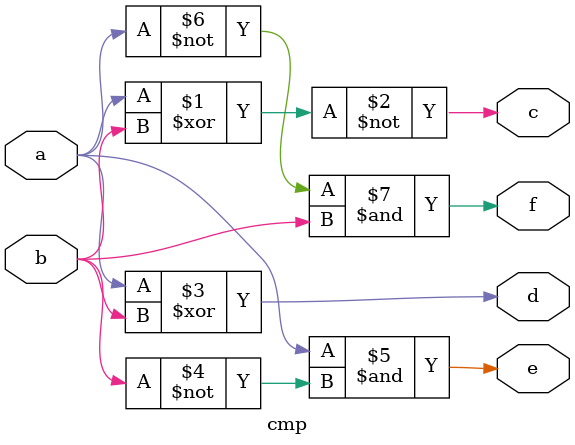
<source format=v>
`timescale 1ns / 1ps

module cmp(
    input a, b,
    output c, d, e, f
    );
    assign c = ~(a ^ b);
    assign d = a ^ b;
    assign e = a & ~b;
    assign f = ~a & b;
endmodule
</source>
